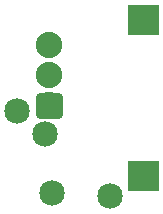
<source format=gbs>
G04 MADE WITH FRITZING*
G04 WWW.FRITZING.ORG*
G04 DOUBLE SIDED*
G04 HOLES PLATED*
G04 CONTOUR ON CENTER OF CONTOUR VECTOR*
%ASAXBY*%
%FSLAX23Y23*%
%MOIN*%
%OFA0B0*%
%SFA1.0B1.0*%
%ADD10C,0.088000*%
%ADD11C,0.103000*%
%ADD12C,0.085000*%
%ADD13C,0.000100*%
%ADD14C,0.030000*%
%ADD15R,0.001000X0.001000*%
%LNMASK0*%
G90*
G70*
G54D10*
X174Y442D03*
X174Y542D03*
X174Y642D03*
G54D11*
X489Y726D03*
X489Y206D03*
G54D12*
X161Y347D03*
X377Y139D03*
X66Y424D03*
X184Y148D03*
G54D13*
G36*
X145Y413D02*
X145Y471D01*
X203Y471D01*
X203Y413D01*
X145Y413D01*
G37*
G54D14*
X145Y413D02*
X145Y471D01*
X203Y471D01*
X203Y413D01*
X145Y413D01*
D02*
G54D15*
X438Y777D02*
X539Y777D01*
X438Y776D02*
X540Y776D01*
X438Y775D02*
X540Y775D01*
X438Y774D02*
X540Y774D01*
X438Y773D02*
X540Y773D01*
X438Y772D02*
X540Y772D01*
X438Y771D02*
X540Y771D01*
X438Y770D02*
X540Y770D01*
X438Y769D02*
X540Y769D01*
X438Y768D02*
X540Y768D01*
X438Y767D02*
X540Y767D01*
X438Y766D02*
X540Y766D01*
X438Y765D02*
X540Y765D01*
X438Y764D02*
X540Y764D01*
X438Y763D02*
X540Y763D01*
X438Y762D02*
X540Y762D01*
X438Y761D02*
X540Y761D01*
X438Y760D02*
X540Y760D01*
X438Y759D02*
X540Y759D01*
X438Y758D02*
X540Y758D01*
X438Y757D02*
X487Y757D01*
X490Y757D02*
X540Y757D01*
X438Y756D02*
X480Y756D01*
X498Y756D02*
X540Y756D01*
X438Y755D02*
X477Y755D01*
X501Y755D02*
X540Y755D01*
X438Y754D02*
X475Y754D01*
X503Y754D02*
X540Y754D01*
X438Y753D02*
X473Y753D01*
X505Y753D02*
X540Y753D01*
X438Y752D02*
X471Y752D01*
X507Y752D02*
X540Y752D01*
X438Y751D02*
X470Y751D01*
X508Y751D02*
X540Y751D01*
X438Y750D02*
X469Y750D01*
X509Y750D02*
X540Y750D01*
X438Y749D02*
X467Y749D01*
X510Y749D02*
X540Y749D01*
X438Y748D02*
X466Y748D01*
X512Y748D02*
X540Y748D01*
X438Y747D02*
X465Y747D01*
X512Y747D02*
X540Y747D01*
X438Y746D02*
X465Y746D01*
X513Y746D02*
X540Y746D01*
X438Y745D02*
X464Y745D01*
X514Y745D02*
X540Y745D01*
X438Y744D02*
X463Y744D01*
X515Y744D02*
X540Y744D01*
X438Y743D02*
X462Y743D01*
X516Y743D02*
X540Y743D01*
X438Y742D02*
X462Y742D01*
X516Y742D02*
X540Y742D01*
X438Y741D02*
X461Y741D01*
X517Y741D02*
X540Y741D01*
X438Y740D02*
X460Y740D01*
X518Y740D02*
X540Y740D01*
X438Y739D02*
X460Y739D01*
X518Y739D02*
X540Y739D01*
X438Y738D02*
X459Y738D01*
X518Y738D02*
X540Y738D01*
X438Y737D02*
X459Y737D01*
X519Y737D02*
X540Y737D01*
X438Y736D02*
X459Y736D01*
X519Y736D02*
X540Y736D01*
X438Y735D02*
X458Y735D01*
X520Y735D02*
X540Y735D01*
X438Y734D02*
X458Y734D01*
X520Y734D02*
X540Y734D01*
X438Y733D02*
X458Y733D01*
X520Y733D02*
X540Y733D01*
X438Y732D02*
X458Y732D01*
X520Y732D02*
X540Y732D01*
X438Y731D02*
X457Y731D01*
X520Y731D02*
X540Y731D01*
X438Y730D02*
X457Y730D01*
X521Y730D02*
X540Y730D01*
X438Y729D02*
X457Y729D01*
X521Y729D02*
X540Y729D01*
X438Y728D02*
X457Y728D01*
X521Y728D02*
X540Y728D01*
X438Y727D02*
X457Y727D01*
X521Y727D02*
X540Y727D01*
X438Y726D02*
X457Y726D01*
X521Y726D02*
X540Y726D01*
X438Y725D02*
X457Y725D01*
X521Y725D02*
X540Y725D01*
X438Y724D02*
X457Y724D01*
X521Y724D02*
X540Y724D01*
X438Y723D02*
X457Y723D01*
X521Y723D02*
X540Y723D01*
X438Y722D02*
X457Y722D01*
X521Y722D02*
X540Y722D01*
X438Y721D02*
X457Y721D01*
X521Y721D02*
X540Y721D01*
X438Y720D02*
X457Y720D01*
X520Y720D02*
X540Y720D01*
X438Y719D02*
X458Y719D01*
X520Y719D02*
X540Y719D01*
X438Y718D02*
X458Y718D01*
X520Y718D02*
X540Y718D01*
X438Y717D02*
X458Y717D01*
X520Y717D02*
X540Y717D01*
X438Y716D02*
X458Y716D01*
X520Y716D02*
X540Y716D01*
X438Y715D02*
X459Y715D01*
X519Y715D02*
X540Y715D01*
X438Y714D02*
X459Y714D01*
X519Y714D02*
X540Y714D01*
X438Y713D02*
X460Y713D01*
X518Y713D02*
X540Y713D01*
X438Y712D02*
X460Y712D01*
X518Y712D02*
X540Y712D01*
X438Y711D02*
X461Y711D01*
X517Y711D02*
X540Y711D01*
X438Y710D02*
X461Y710D01*
X517Y710D02*
X540Y710D01*
X438Y709D02*
X462Y709D01*
X516Y709D02*
X540Y709D01*
X438Y708D02*
X462Y708D01*
X516Y708D02*
X540Y708D01*
X438Y707D02*
X463Y707D01*
X515Y707D02*
X540Y707D01*
X438Y706D02*
X464Y706D01*
X514Y706D02*
X540Y706D01*
X438Y705D02*
X465Y705D01*
X513Y705D02*
X540Y705D01*
X438Y704D02*
X466Y704D01*
X512Y704D02*
X540Y704D01*
X438Y703D02*
X467Y703D01*
X511Y703D02*
X540Y703D01*
X438Y702D02*
X468Y702D01*
X510Y702D02*
X540Y702D01*
X438Y701D02*
X469Y701D01*
X509Y701D02*
X540Y701D01*
X438Y700D02*
X470Y700D01*
X508Y700D02*
X540Y700D01*
X438Y699D02*
X472Y699D01*
X506Y699D02*
X540Y699D01*
X438Y698D02*
X473Y698D01*
X505Y698D02*
X540Y698D01*
X438Y697D02*
X475Y697D01*
X503Y697D02*
X540Y697D01*
X438Y696D02*
X478Y696D01*
X500Y696D02*
X540Y696D01*
X438Y695D02*
X481Y695D01*
X497Y695D02*
X540Y695D01*
X438Y694D02*
X540Y694D01*
X438Y693D02*
X540Y693D01*
X438Y692D02*
X540Y692D01*
X438Y691D02*
X540Y691D01*
X438Y690D02*
X540Y690D01*
X438Y689D02*
X540Y689D01*
X438Y688D02*
X540Y688D01*
X438Y687D02*
X540Y687D01*
X438Y686D02*
X540Y686D01*
X438Y685D02*
X540Y685D01*
X438Y684D02*
X540Y684D01*
X438Y683D02*
X540Y683D01*
X438Y682D02*
X540Y682D01*
X438Y681D02*
X540Y681D01*
X438Y680D02*
X540Y680D01*
X438Y679D02*
X540Y679D01*
X438Y678D02*
X540Y678D01*
X438Y677D02*
X540Y677D01*
X438Y676D02*
X540Y676D01*
X438Y675D02*
X540Y675D01*
X438Y257D02*
X540Y257D01*
X438Y256D02*
X540Y256D01*
X438Y255D02*
X540Y255D01*
X438Y254D02*
X540Y254D01*
X438Y253D02*
X540Y253D01*
X438Y252D02*
X540Y252D01*
X438Y251D02*
X540Y251D01*
X438Y250D02*
X540Y250D01*
X438Y249D02*
X540Y249D01*
X438Y248D02*
X540Y248D01*
X438Y247D02*
X540Y247D01*
X438Y246D02*
X540Y246D01*
X438Y245D02*
X540Y245D01*
X438Y244D02*
X540Y244D01*
X438Y243D02*
X540Y243D01*
X438Y242D02*
X540Y242D01*
X438Y241D02*
X540Y241D01*
X438Y240D02*
X540Y240D01*
X438Y239D02*
X540Y239D01*
X438Y238D02*
X540Y238D01*
X438Y237D02*
X483Y237D01*
X495Y237D02*
X540Y237D01*
X438Y236D02*
X479Y236D01*
X499Y236D02*
X540Y236D01*
X438Y235D02*
X476Y235D01*
X502Y235D02*
X540Y235D01*
X438Y234D02*
X474Y234D01*
X504Y234D02*
X540Y234D01*
X438Y233D02*
X472Y233D01*
X506Y233D02*
X540Y233D01*
X438Y232D02*
X471Y232D01*
X507Y232D02*
X540Y232D01*
X438Y231D02*
X469Y231D01*
X509Y231D02*
X540Y231D01*
X438Y230D02*
X468Y230D01*
X510Y230D02*
X540Y230D01*
X438Y229D02*
X467Y229D01*
X511Y229D02*
X540Y229D01*
X438Y228D02*
X466Y228D01*
X512Y228D02*
X540Y228D01*
X438Y227D02*
X465Y227D01*
X513Y227D02*
X540Y227D01*
X438Y226D02*
X464Y226D01*
X514Y226D02*
X540Y226D01*
X438Y225D02*
X463Y225D01*
X515Y225D02*
X540Y225D01*
X438Y224D02*
X463Y224D01*
X515Y224D02*
X540Y224D01*
X438Y223D02*
X462Y223D01*
X516Y223D02*
X540Y223D01*
X438Y222D02*
X461Y222D01*
X517Y222D02*
X540Y222D01*
X438Y221D02*
X461Y221D01*
X517Y221D02*
X540Y221D01*
X438Y220D02*
X460Y220D01*
X518Y220D02*
X540Y220D01*
X438Y219D02*
X460Y219D01*
X518Y219D02*
X540Y219D01*
X438Y218D02*
X459Y218D01*
X519Y218D02*
X540Y218D01*
X438Y217D02*
X459Y217D01*
X519Y217D02*
X540Y217D01*
X438Y216D02*
X459Y216D01*
X519Y216D02*
X540Y216D01*
X438Y215D02*
X458Y215D01*
X520Y215D02*
X540Y215D01*
X438Y214D02*
X458Y214D01*
X520Y214D02*
X540Y214D01*
X438Y213D02*
X458Y213D01*
X520Y213D02*
X540Y213D01*
X438Y212D02*
X458Y212D01*
X520Y212D02*
X540Y212D01*
X438Y211D02*
X457Y211D01*
X521Y211D02*
X540Y211D01*
X438Y210D02*
X457Y210D01*
X521Y210D02*
X540Y210D01*
X438Y209D02*
X457Y209D01*
X521Y209D02*
X540Y209D01*
X438Y208D02*
X457Y208D01*
X521Y208D02*
X540Y208D01*
X438Y207D02*
X457Y207D01*
X521Y207D02*
X540Y207D01*
X438Y206D02*
X457Y206D01*
X521Y206D02*
X540Y206D01*
X438Y205D02*
X457Y205D01*
X521Y205D02*
X540Y205D01*
X438Y204D02*
X457Y204D01*
X521Y204D02*
X540Y204D01*
X438Y203D02*
X457Y203D01*
X521Y203D02*
X540Y203D01*
X438Y202D02*
X457Y202D01*
X521Y202D02*
X540Y202D01*
X438Y201D02*
X457Y201D01*
X521Y201D02*
X540Y201D01*
X438Y200D02*
X458Y200D01*
X520Y200D02*
X540Y200D01*
X438Y199D02*
X458Y199D01*
X520Y199D02*
X540Y199D01*
X438Y198D02*
X458Y198D01*
X520Y198D02*
X540Y198D01*
X438Y197D02*
X458Y197D01*
X520Y197D02*
X540Y197D01*
X438Y196D02*
X459Y196D01*
X519Y196D02*
X540Y196D01*
X438Y195D02*
X459Y195D01*
X519Y195D02*
X540Y195D01*
X438Y194D02*
X459Y194D01*
X519Y194D02*
X540Y194D01*
X438Y193D02*
X460Y193D01*
X518Y193D02*
X540Y193D01*
X438Y192D02*
X460Y192D01*
X518Y192D02*
X540Y192D01*
X438Y191D02*
X461Y191D01*
X517Y191D02*
X540Y191D01*
X438Y190D02*
X461Y190D01*
X517Y190D02*
X540Y190D01*
X438Y189D02*
X462Y189D01*
X516Y189D02*
X540Y189D01*
X438Y188D02*
X463Y188D01*
X515Y188D02*
X540Y188D01*
X438Y187D02*
X463Y187D01*
X515Y187D02*
X540Y187D01*
X438Y186D02*
X464Y186D01*
X514Y186D02*
X540Y186D01*
X438Y185D02*
X465Y185D01*
X513Y185D02*
X540Y185D01*
X438Y184D02*
X466Y184D01*
X512Y184D02*
X540Y184D01*
X438Y183D02*
X467Y183D01*
X511Y183D02*
X540Y183D01*
X438Y182D02*
X468Y182D01*
X510Y182D02*
X540Y182D01*
X438Y181D02*
X469Y181D01*
X508Y181D02*
X540Y181D01*
X438Y180D02*
X471Y180D01*
X507Y180D02*
X540Y180D01*
X438Y179D02*
X472Y179D01*
X506Y179D02*
X540Y179D01*
X438Y178D02*
X474Y178D01*
X504Y178D02*
X540Y178D01*
X438Y177D02*
X476Y177D01*
X502Y177D02*
X540Y177D01*
X438Y176D02*
X479Y176D01*
X499Y176D02*
X540Y176D01*
X438Y175D02*
X483Y175D01*
X495Y175D02*
X540Y175D01*
X438Y174D02*
X540Y174D01*
X438Y173D02*
X540Y173D01*
X438Y172D02*
X540Y172D01*
X438Y171D02*
X540Y171D01*
X438Y170D02*
X540Y170D01*
X438Y169D02*
X540Y169D01*
X438Y168D02*
X540Y168D01*
X438Y167D02*
X540Y167D01*
X438Y166D02*
X540Y166D01*
X438Y165D02*
X540Y165D01*
X438Y164D02*
X540Y164D01*
X438Y163D02*
X540Y163D01*
X438Y162D02*
X540Y162D01*
X438Y161D02*
X540Y161D01*
X438Y160D02*
X540Y160D01*
X438Y159D02*
X540Y159D01*
X438Y158D02*
X540Y158D01*
X438Y157D02*
X540Y157D01*
X438Y156D02*
X540Y156D01*
X438Y155D02*
X540Y155D01*
D02*
G04 End of Mask0*
M02*
</source>
